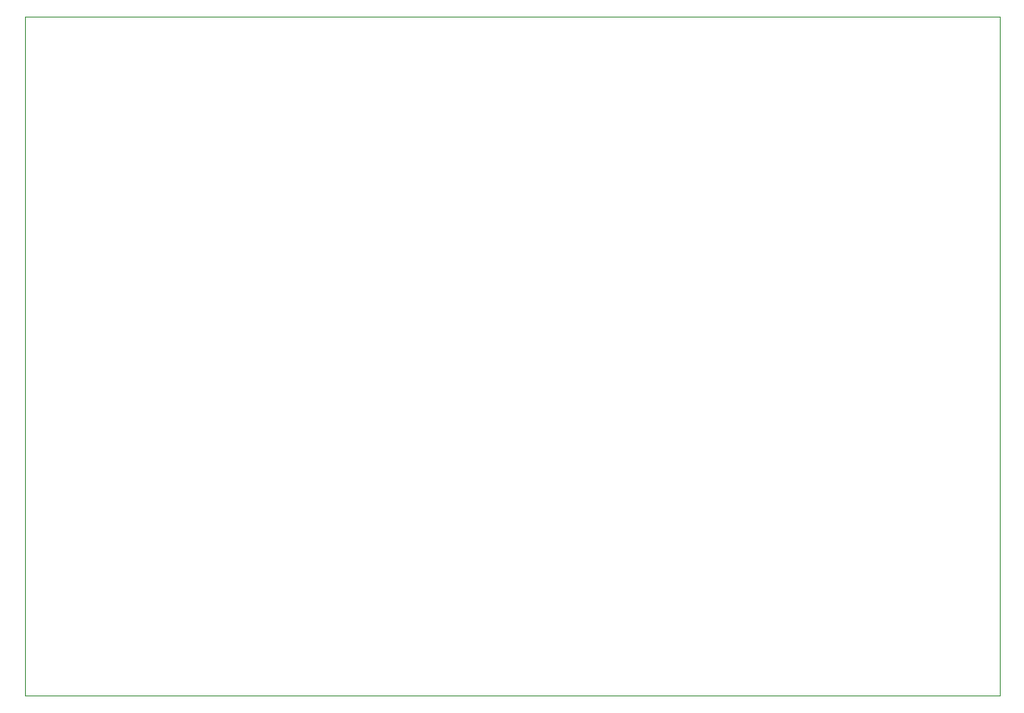
<source format=gm1>
G04 #@! TF.GenerationSoftware,KiCad,Pcbnew,5.1.0*
G04 #@! TF.CreationDate,2019-04-16T13:13:19+00:00*
G04 #@! TF.ProjectId,MSI001,4d534930-3031-42e6-9b69-6361645f7063,rev?*
G04 #@! TF.SameCoordinates,Original*
G04 #@! TF.FileFunction,Profile,NP*
%FSLAX46Y46*%
G04 Gerber Fmt 4.6, Leading zero omitted, Abs format (unit mm)*
G04 Created by KiCad (PCBNEW 5.1.0) date 2019-04-16 13:13:19*
%MOMM*%
%LPD*%
G04 APERTURE LIST*
%ADD10C,0.050000*%
G04 APERTURE END LIST*
D10*
X102000000Y-139000000D02*
X201000000Y-139000000D01*
X201000000Y-70000000D02*
X201000000Y-139000000D01*
X102000000Y-70000000D02*
X102000000Y-139000000D01*
X102000000Y-70000000D02*
X201000000Y-70000000D01*
M02*

</source>
